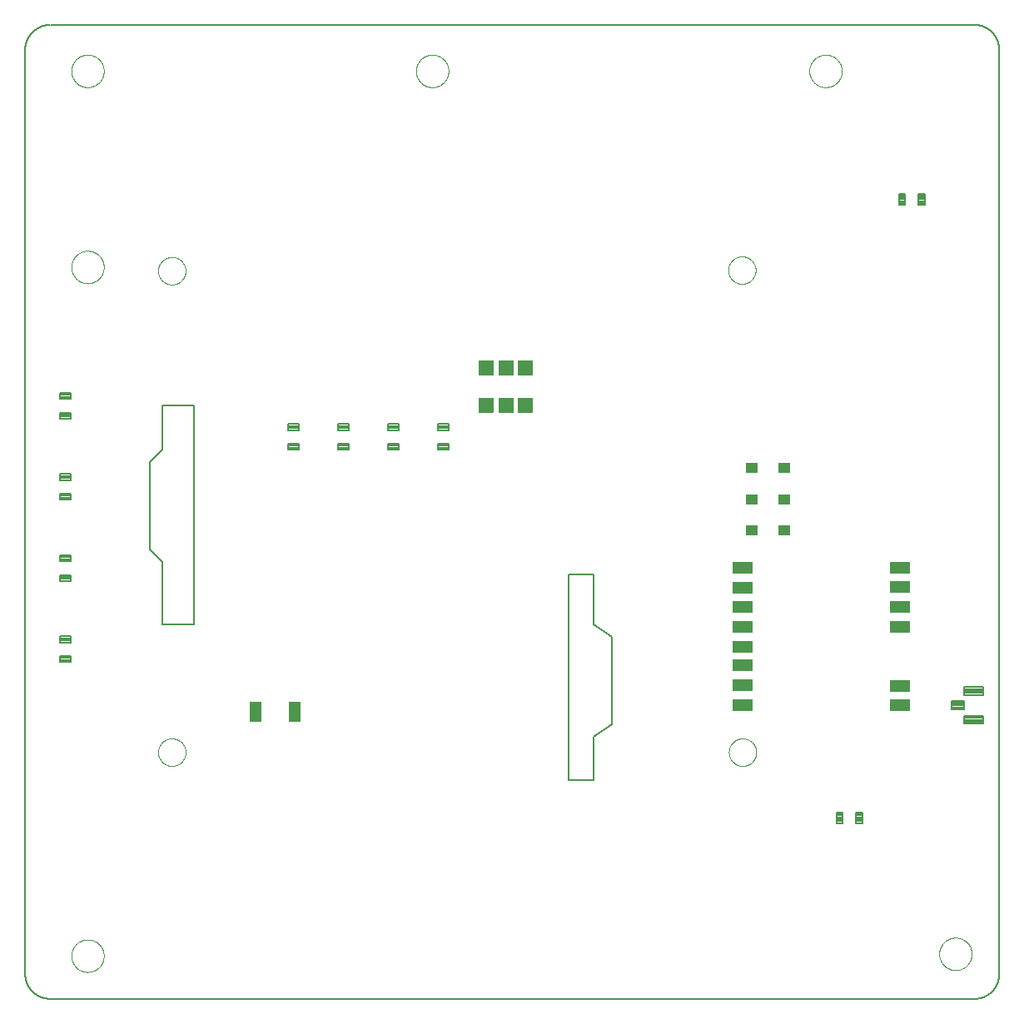
<source format=gtp>
G75*
%MOIN*%
%OFA0B0*%
%FSLAX25Y25*%
%IPPOS*%
%LPD*%
%AMOC8*
5,1,8,0,0,1.08239X$1,22.5*
%
%ADD10C,0.00600*%
%ADD11C,0.00000*%
%ADD12C,0.00787*%
%ADD13R,0.05000X0.08268*%
%ADD14R,0.05906X0.05906*%
%ADD15R,0.07874X0.05000*%
%ADD16R,0.04724X0.04016*%
%ADD17C,0.00800*%
D10*
X0049595Y0021600D02*
X0049595Y0391350D01*
X0049595Y0391600D02*
X0049598Y0391842D01*
X0049607Y0392083D01*
X0049621Y0392324D01*
X0049642Y0392565D01*
X0049668Y0392805D01*
X0049700Y0393045D01*
X0049738Y0393284D01*
X0049781Y0393521D01*
X0049831Y0393758D01*
X0049886Y0393993D01*
X0049946Y0394227D01*
X0050013Y0394459D01*
X0050084Y0394690D01*
X0050162Y0394919D01*
X0050245Y0395146D01*
X0050333Y0395371D01*
X0050427Y0395594D01*
X0050526Y0395814D01*
X0050631Y0396032D01*
X0050740Y0396247D01*
X0050855Y0396460D01*
X0050975Y0396670D01*
X0051100Y0396876D01*
X0051230Y0397080D01*
X0051365Y0397281D01*
X0051505Y0397478D01*
X0051649Y0397672D01*
X0051798Y0397862D01*
X0051952Y0398048D01*
X0052110Y0398231D01*
X0052272Y0398410D01*
X0052439Y0398585D01*
X0052610Y0398756D01*
X0052785Y0398923D01*
X0052964Y0399085D01*
X0053147Y0399243D01*
X0053333Y0399397D01*
X0053523Y0399546D01*
X0053717Y0399690D01*
X0053914Y0399830D01*
X0054115Y0399965D01*
X0054319Y0400095D01*
X0054525Y0400220D01*
X0054735Y0400340D01*
X0054948Y0400455D01*
X0055163Y0400564D01*
X0055381Y0400669D01*
X0055601Y0400768D01*
X0055824Y0400862D01*
X0056049Y0400950D01*
X0056276Y0401033D01*
X0056505Y0401111D01*
X0056736Y0401182D01*
X0056968Y0401249D01*
X0057202Y0401309D01*
X0057437Y0401364D01*
X0057674Y0401414D01*
X0057911Y0401457D01*
X0058150Y0401495D01*
X0058390Y0401527D01*
X0058630Y0401553D01*
X0058871Y0401574D01*
X0059112Y0401588D01*
X0059353Y0401597D01*
X0059595Y0401600D01*
X0059845Y0401600D02*
X0429595Y0401600D01*
X0429837Y0401597D01*
X0430078Y0401588D01*
X0430319Y0401574D01*
X0430560Y0401553D01*
X0430800Y0401527D01*
X0431040Y0401495D01*
X0431279Y0401457D01*
X0431516Y0401414D01*
X0431753Y0401364D01*
X0431988Y0401309D01*
X0432222Y0401249D01*
X0432454Y0401182D01*
X0432685Y0401111D01*
X0432914Y0401033D01*
X0433141Y0400950D01*
X0433366Y0400862D01*
X0433589Y0400768D01*
X0433809Y0400669D01*
X0434027Y0400564D01*
X0434242Y0400455D01*
X0434455Y0400340D01*
X0434665Y0400220D01*
X0434871Y0400095D01*
X0435075Y0399965D01*
X0435276Y0399830D01*
X0435473Y0399690D01*
X0435667Y0399546D01*
X0435857Y0399397D01*
X0436043Y0399243D01*
X0436226Y0399085D01*
X0436405Y0398923D01*
X0436580Y0398756D01*
X0436751Y0398585D01*
X0436918Y0398410D01*
X0437080Y0398231D01*
X0437238Y0398048D01*
X0437392Y0397862D01*
X0437541Y0397672D01*
X0437685Y0397478D01*
X0437825Y0397281D01*
X0437960Y0397080D01*
X0438090Y0396876D01*
X0438215Y0396670D01*
X0438335Y0396460D01*
X0438450Y0396247D01*
X0438559Y0396032D01*
X0438664Y0395814D01*
X0438763Y0395594D01*
X0438857Y0395371D01*
X0438945Y0395146D01*
X0439028Y0394919D01*
X0439106Y0394690D01*
X0439177Y0394459D01*
X0439244Y0394227D01*
X0439304Y0393993D01*
X0439359Y0393758D01*
X0439409Y0393521D01*
X0439452Y0393284D01*
X0439490Y0393045D01*
X0439522Y0392805D01*
X0439548Y0392565D01*
X0439569Y0392324D01*
X0439583Y0392083D01*
X0439592Y0391842D01*
X0439595Y0391600D01*
X0439595Y0391350D02*
X0439595Y0021600D01*
X0439592Y0021358D01*
X0439583Y0021117D01*
X0439569Y0020876D01*
X0439548Y0020635D01*
X0439522Y0020395D01*
X0439490Y0020155D01*
X0439452Y0019916D01*
X0439409Y0019679D01*
X0439359Y0019442D01*
X0439304Y0019207D01*
X0439244Y0018973D01*
X0439177Y0018741D01*
X0439106Y0018510D01*
X0439028Y0018281D01*
X0438945Y0018054D01*
X0438857Y0017829D01*
X0438763Y0017606D01*
X0438664Y0017386D01*
X0438559Y0017168D01*
X0438450Y0016953D01*
X0438335Y0016740D01*
X0438215Y0016530D01*
X0438090Y0016324D01*
X0437960Y0016120D01*
X0437825Y0015919D01*
X0437685Y0015722D01*
X0437541Y0015528D01*
X0437392Y0015338D01*
X0437238Y0015152D01*
X0437080Y0014969D01*
X0436918Y0014790D01*
X0436751Y0014615D01*
X0436580Y0014444D01*
X0436405Y0014277D01*
X0436226Y0014115D01*
X0436043Y0013957D01*
X0435857Y0013803D01*
X0435667Y0013654D01*
X0435473Y0013510D01*
X0435276Y0013370D01*
X0435075Y0013235D01*
X0434871Y0013105D01*
X0434665Y0012980D01*
X0434455Y0012860D01*
X0434242Y0012745D01*
X0434027Y0012636D01*
X0433809Y0012531D01*
X0433589Y0012432D01*
X0433366Y0012338D01*
X0433141Y0012250D01*
X0432914Y0012167D01*
X0432685Y0012089D01*
X0432454Y0012018D01*
X0432222Y0011951D01*
X0431988Y0011891D01*
X0431753Y0011836D01*
X0431516Y0011786D01*
X0431279Y0011743D01*
X0431040Y0011705D01*
X0430800Y0011673D01*
X0430560Y0011647D01*
X0430319Y0011626D01*
X0430078Y0011612D01*
X0429837Y0011603D01*
X0429595Y0011600D01*
X0059595Y0011600D01*
X0059353Y0011603D01*
X0059112Y0011612D01*
X0058871Y0011626D01*
X0058630Y0011647D01*
X0058390Y0011673D01*
X0058150Y0011705D01*
X0057911Y0011743D01*
X0057674Y0011786D01*
X0057437Y0011836D01*
X0057202Y0011891D01*
X0056968Y0011951D01*
X0056736Y0012018D01*
X0056505Y0012089D01*
X0056276Y0012167D01*
X0056049Y0012250D01*
X0055824Y0012338D01*
X0055601Y0012432D01*
X0055381Y0012531D01*
X0055163Y0012636D01*
X0054948Y0012745D01*
X0054735Y0012860D01*
X0054525Y0012980D01*
X0054319Y0013105D01*
X0054115Y0013235D01*
X0053914Y0013370D01*
X0053717Y0013510D01*
X0053523Y0013654D01*
X0053333Y0013803D01*
X0053147Y0013957D01*
X0052964Y0014115D01*
X0052785Y0014277D01*
X0052610Y0014444D01*
X0052439Y0014615D01*
X0052272Y0014790D01*
X0052110Y0014969D01*
X0051952Y0015152D01*
X0051798Y0015338D01*
X0051649Y0015528D01*
X0051505Y0015722D01*
X0051365Y0015919D01*
X0051230Y0016120D01*
X0051100Y0016324D01*
X0050975Y0016530D01*
X0050855Y0016740D01*
X0050740Y0016953D01*
X0050631Y0017168D01*
X0050526Y0017386D01*
X0050427Y0017606D01*
X0050333Y0017829D01*
X0050245Y0018054D01*
X0050162Y0018281D01*
X0050084Y0018510D01*
X0050013Y0018741D01*
X0049946Y0018973D01*
X0049886Y0019207D01*
X0049831Y0019442D01*
X0049781Y0019679D01*
X0049738Y0019916D01*
X0049700Y0020155D01*
X0049668Y0020395D01*
X0049642Y0020635D01*
X0049621Y0020876D01*
X0049607Y0021117D01*
X0049598Y0021358D01*
X0049595Y0021600D01*
X0104595Y0161600D02*
X0104595Y0186600D01*
X0099595Y0191600D01*
X0099595Y0226600D01*
X0104595Y0231600D01*
X0104595Y0249100D01*
X0117095Y0249100D01*
X0117095Y0161600D01*
X0104595Y0161600D01*
X0267095Y0181600D02*
X0267095Y0099100D01*
X0277095Y0099100D01*
X0277095Y0116600D01*
X0284595Y0121600D01*
X0284595Y0156600D01*
X0277095Y0161600D01*
X0277095Y0181600D01*
X0267095Y0181600D01*
D11*
X0331345Y0110350D02*
X0331347Y0110498D01*
X0331353Y0110646D01*
X0331363Y0110794D01*
X0331377Y0110942D01*
X0331395Y0111089D01*
X0331417Y0111236D01*
X0331443Y0111382D01*
X0331472Y0111527D01*
X0331506Y0111672D01*
X0331544Y0111815D01*
X0331585Y0111958D01*
X0331630Y0112099D01*
X0331680Y0112239D01*
X0331732Y0112377D01*
X0331789Y0112515D01*
X0331849Y0112650D01*
X0331913Y0112784D01*
X0331980Y0112916D01*
X0332051Y0113046D01*
X0332126Y0113175D01*
X0332204Y0113301D01*
X0332285Y0113425D01*
X0332369Y0113547D01*
X0332457Y0113666D01*
X0332548Y0113783D01*
X0332642Y0113898D01*
X0332740Y0114010D01*
X0332840Y0114119D01*
X0332943Y0114226D01*
X0333049Y0114330D01*
X0333157Y0114431D01*
X0333269Y0114529D01*
X0333383Y0114624D01*
X0333499Y0114715D01*
X0333618Y0114804D01*
X0333739Y0114889D01*
X0333863Y0114971D01*
X0333989Y0115050D01*
X0334116Y0115125D01*
X0334246Y0115197D01*
X0334378Y0115266D01*
X0334511Y0115330D01*
X0334646Y0115391D01*
X0334783Y0115449D01*
X0334921Y0115503D01*
X0335061Y0115553D01*
X0335202Y0115599D01*
X0335344Y0115641D01*
X0335487Y0115680D01*
X0335631Y0115714D01*
X0335777Y0115745D01*
X0335922Y0115772D01*
X0336069Y0115795D01*
X0336216Y0115814D01*
X0336364Y0115829D01*
X0336511Y0115840D01*
X0336660Y0115847D01*
X0336808Y0115850D01*
X0336956Y0115849D01*
X0337104Y0115844D01*
X0337252Y0115835D01*
X0337400Y0115822D01*
X0337548Y0115805D01*
X0337694Y0115784D01*
X0337841Y0115759D01*
X0337986Y0115730D01*
X0338131Y0115698D01*
X0338274Y0115661D01*
X0338417Y0115621D01*
X0338559Y0115576D01*
X0338699Y0115528D01*
X0338838Y0115476D01*
X0338975Y0115421D01*
X0339111Y0115361D01*
X0339246Y0115298D01*
X0339378Y0115232D01*
X0339509Y0115162D01*
X0339638Y0115088D01*
X0339764Y0115011D01*
X0339889Y0114931D01*
X0340011Y0114847D01*
X0340132Y0114760D01*
X0340249Y0114670D01*
X0340365Y0114576D01*
X0340477Y0114480D01*
X0340587Y0114381D01*
X0340695Y0114278D01*
X0340799Y0114173D01*
X0340901Y0114065D01*
X0340999Y0113954D01*
X0341095Y0113841D01*
X0341188Y0113725D01*
X0341277Y0113607D01*
X0341363Y0113486D01*
X0341446Y0113363D01*
X0341526Y0113238D01*
X0341602Y0113111D01*
X0341675Y0112981D01*
X0341744Y0112850D01*
X0341809Y0112717D01*
X0341872Y0112583D01*
X0341930Y0112446D01*
X0341985Y0112308D01*
X0342035Y0112169D01*
X0342083Y0112028D01*
X0342126Y0111887D01*
X0342166Y0111744D01*
X0342201Y0111600D01*
X0342233Y0111455D01*
X0342261Y0111309D01*
X0342285Y0111163D01*
X0342305Y0111016D01*
X0342321Y0110868D01*
X0342333Y0110721D01*
X0342341Y0110572D01*
X0342345Y0110424D01*
X0342345Y0110276D01*
X0342341Y0110128D01*
X0342333Y0109979D01*
X0342321Y0109832D01*
X0342305Y0109684D01*
X0342285Y0109537D01*
X0342261Y0109391D01*
X0342233Y0109245D01*
X0342201Y0109100D01*
X0342166Y0108956D01*
X0342126Y0108813D01*
X0342083Y0108672D01*
X0342035Y0108531D01*
X0341985Y0108392D01*
X0341930Y0108254D01*
X0341872Y0108117D01*
X0341809Y0107983D01*
X0341744Y0107850D01*
X0341675Y0107719D01*
X0341602Y0107589D01*
X0341526Y0107462D01*
X0341446Y0107337D01*
X0341363Y0107214D01*
X0341277Y0107093D01*
X0341188Y0106975D01*
X0341095Y0106859D01*
X0340999Y0106746D01*
X0340901Y0106635D01*
X0340799Y0106527D01*
X0340695Y0106422D01*
X0340587Y0106319D01*
X0340477Y0106220D01*
X0340365Y0106124D01*
X0340249Y0106030D01*
X0340132Y0105940D01*
X0340011Y0105853D01*
X0339889Y0105769D01*
X0339764Y0105689D01*
X0339638Y0105612D01*
X0339509Y0105538D01*
X0339378Y0105468D01*
X0339246Y0105402D01*
X0339111Y0105339D01*
X0338975Y0105279D01*
X0338838Y0105224D01*
X0338699Y0105172D01*
X0338559Y0105124D01*
X0338417Y0105079D01*
X0338274Y0105039D01*
X0338131Y0105002D01*
X0337986Y0104970D01*
X0337841Y0104941D01*
X0337694Y0104916D01*
X0337548Y0104895D01*
X0337400Y0104878D01*
X0337252Y0104865D01*
X0337104Y0104856D01*
X0336956Y0104851D01*
X0336808Y0104850D01*
X0336660Y0104853D01*
X0336511Y0104860D01*
X0336364Y0104871D01*
X0336216Y0104886D01*
X0336069Y0104905D01*
X0335922Y0104928D01*
X0335777Y0104955D01*
X0335631Y0104986D01*
X0335487Y0105020D01*
X0335344Y0105059D01*
X0335202Y0105101D01*
X0335061Y0105147D01*
X0334921Y0105197D01*
X0334783Y0105251D01*
X0334646Y0105309D01*
X0334511Y0105370D01*
X0334378Y0105434D01*
X0334246Y0105503D01*
X0334116Y0105575D01*
X0333989Y0105650D01*
X0333863Y0105729D01*
X0333739Y0105811D01*
X0333618Y0105896D01*
X0333499Y0105985D01*
X0333383Y0106076D01*
X0333269Y0106171D01*
X0333157Y0106269D01*
X0333049Y0106370D01*
X0332943Y0106474D01*
X0332840Y0106581D01*
X0332740Y0106690D01*
X0332642Y0106802D01*
X0332548Y0106917D01*
X0332457Y0107034D01*
X0332369Y0107153D01*
X0332285Y0107275D01*
X0332204Y0107399D01*
X0332126Y0107525D01*
X0332051Y0107654D01*
X0331980Y0107784D01*
X0331913Y0107916D01*
X0331849Y0108050D01*
X0331789Y0108185D01*
X0331732Y0108323D01*
X0331680Y0108461D01*
X0331630Y0108601D01*
X0331585Y0108742D01*
X0331544Y0108885D01*
X0331506Y0109028D01*
X0331472Y0109173D01*
X0331443Y0109318D01*
X0331417Y0109464D01*
X0331395Y0109611D01*
X0331377Y0109758D01*
X0331363Y0109906D01*
X0331353Y0110054D01*
X0331347Y0110202D01*
X0331345Y0110350D01*
X0415595Y0029600D02*
X0415597Y0029761D01*
X0415603Y0029921D01*
X0415613Y0030082D01*
X0415627Y0030242D01*
X0415645Y0030402D01*
X0415666Y0030561D01*
X0415692Y0030720D01*
X0415722Y0030878D01*
X0415755Y0031035D01*
X0415793Y0031192D01*
X0415834Y0031347D01*
X0415879Y0031501D01*
X0415928Y0031654D01*
X0415981Y0031806D01*
X0416037Y0031957D01*
X0416098Y0032106D01*
X0416161Y0032254D01*
X0416229Y0032400D01*
X0416300Y0032544D01*
X0416374Y0032686D01*
X0416452Y0032827D01*
X0416534Y0032965D01*
X0416619Y0033102D01*
X0416707Y0033236D01*
X0416799Y0033368D01*
X0416894Y0033498D01*
X0416992Y0033626D01*
X0417093Y0033751D01*
X0417197Y0033873D01*
X0417304Y0033993D01*
X0417414Y0034110D01*
X0417527Y0034225D01*
X0417643Y0034336D01*
X0417762Y0034445D01*
X0417883Y0034550D01*
X0418007Y0034653D01*
X0418133Y0034753D01*
X0418261Y0034849D01*
X0418392Y0034942D01*
X0418526Y0035032D01*
X0418661Y0035119D01*
X0418799Y0035202D01*
X0418938Y0035282D01*
X0419080Y0035358D01*
X0419223Y0035431D01*
X0419368Y0035500D01*
X0419515Y0035566D01*
X0419663Y0035628D01*
X0419813Y0035686D01*
X0419964Y0035741D01*
X0420117Y0035792D01*
X0420271Y0035839D01*
X0420426Y0035882D01*
X0420582Y0035921D01*
X0420738Y0035957D01*
X0420896Y0035988D01*
X0421054Y0036016D01*
X0421213Y0036040D01*
X0421373Y0036060D01*
X0421533Y0036076D01*
X0421693Y0036088D01*
X0421854Y0036096D01*
X0422015Y0036100D01*
X0422175Y0036100D01*
X0422336Y0036096D01*
X0422497Y0036088D01*
X0422657Y0036076D01*
X0422817Y0036060D01*
X0422977Y0036040D01*
X0423136Y0036016D01*
X0423294Y0035988D01*
X0423452Y0035957D01*
X0423608Y0035921D01*
X0423764Y0035882D01*
X0423919Y0035839D01*
X0424073Y0035792D01*
X0424226Y0035741D01*
X0424377Y0035686D01*
X0424527Y0035628D01*
X0424675Y0035566D01*
X0424822Y0035500D01*
X0424967Y0035431D01*
X0425110Y0035358D01*
X0425252Y0035282D01*
X0425391Y0035202D01*
X0425529Y0035119D01*
X0425664Y0035032D01*
X0425798Y0034942D01*
X0425929Y0034849D01*
X0426057Y0034753D01*
X0426183Y0034653D01*
X0426307Y0034550D01*
X0426428Y0034445D01*
X0426547Y0034336D01*
X0426663Y0034225D01*
X0426776Y0034110D01*
X0426886Y0033993D01*
X0426993Y0033873D01*
X0427097Y0033751D01*
X0427198Y0033626D01*
X0427296Y0033498D01*
X0427391Y0033368D01*
X0427483Y0033236D01*
X0427571Y0033102D01*
X0427656Y0032965D01*
X0427738Y0032827D01*
X0427816Y0032686D01*
X0427890Y0032544D01*
X0427961Y0032400D01*
X0428029Y0032254D01*
X0428092Y0032106D01*
X0428153Y0031957D01*
X0428209Y0031806D01*
X0428262Y0031654D01*
X0428311Y0031501D01*
X0428356Y0031347D01*
X0428397Y0031192D01*
X0428435Y0031035D01*
X0428468Y0030878D01*
X0428498Y0030720D01*
X0428524Y0030561D01*
X0428545Y0030402D01*
X0428563Y0030242D01*
X0428577Y0030082D01*
X0428587Y0029921D01*
X0428593Y0029761D01*
X0428595Y0029600D01*
X0428593Y0029439D01*
X0428587Y0029279D01*
X0428577Y0029118D01*
X0428563Y0028958D01*
X0428545Y0028798D01*
X0428524Y0028639D01*
X0428498Y0028480D01*
X0428468Y0028322D01*
X0428435Y0028165D01*
X0428397Y0028008D01*
X0428356Y0027853D01*
X0428311Y0027699D01*
X0428262Y0027546D01*
X0428209Y0027394D01*
X0428153Y0027243D01*
X0428092Y0027094D01*
X0428029Y0026946D01*
X0427961Y0026800D01*
X0427890Y0026656D01*
X0427816Y0026514D01*
X0427738Y0026373D01*
X0427656Y0026235D01*
X0427571Y0026098D01*
X0427483Y0025964D01*
X0427391Y0025832D01*
X0427296Y0025702D01*
X0427198Y0025574D01*
X0427097Y0025449D01*
X0426993Y0025327D01*
X0426886Y0025207D01*
X0426776Y0025090D01*
X0426663Y0024975D01*
X0426547Y0024864D01*
X0426428Y0024755D01*
X0426307Y0024650D01*
X0426183Y0024547D01*
X0426057Y0024447D01*
X0425929Y0024351D01*
X0425798Y0024258D01*
X0425664Y0024168D01*
X0425529Y0024081D01*
X0425391Y0023998D01*
X0425252Y0023918D01*
X0425110Y0023842D01*
X0424967Y0023769D01*
X0424822Y0023700D01*
X0424675Y0023634D01*
X0424527Y0023572D01*
X0424377Y0023514D01*
X0424226Y0023459D01*
X0424073Y0023408D01*
X0423919Y0023361D01*
X0423764Y0023318D01*
X0423608Y0023279D01*
X0423452Y0023243D01*
X0423294Y0023212D01*
X0423136Y0023184D01*
X0422977Y0023160D01*
X0422817Y0023140D01*
X0422657Y0023124D01*
X0422497Y0023112D01*
X0422336Y0023104D01*
X0422175Y0023100D01*
X0422015Y0023100D01*
X0421854Y0023104D01*
X0421693Y0023112D01*
X0421533Y0023124D01*
X0421373Y0023140D01*
X0421213Y0023160D01*
X0421054Y0023184D01*
X0420896Y0023212D01*
X0420738Y0023243D01*
X0420582Y0023279D01*
X0420426Y0023318D01*
X0420271Y0023361D01*
X0420117Y0023408D01*
X0419964Y0023459D01*
X0419813Y0023514D01*
X0419663Y0023572D01*
X0419515Y0023634D01*
X0419368Y0023700D01*
X0419223Y0023769D01*
X0419080Y0023842D01*
X0418938Y0023918D01*
X0418799Y0023998D01*
X0418661Y0024081D01*
X0418526Y0024168D01*
X0418392Y0024258D01*
X0418261Y0024351D01*
X0418133Y0024447D01*
X0418007Y0024547D01*
X0417883Y0024650D01*
X0417762Y0024755D01*
X0417643Y0024864D01*
X0417527Y0024975D01*
X0417414Y0025090D01*
X0417304Y0025207D01*
X0417197Y0025327D01*
X0417093Y0025449D01*
X0416992Y0025574D01*
X0416894Y0025702D01*
X0416799Y0025832D01*
X0416707Y0025964D01*
X0416619Y0026098D01*
X0416534Y0026235D01*
X0416452Y0026373D01*
X0416374Y0026514D01*
X0416300Y0026656D01*
X0416229Y0026800D01*
X0416161Y0026946D01*
X0416098Y0027094D01*
X0416037Y0027243D01*
X0415981Y0027394D01*
X0415928Y0027546D01*
X0415879Y0027699D01*
X0415834Y0027853D01*
X0415793Y0028008D01*
X0415755Y0028165D01*
X0415722Y0028322D01*
X0415692Y0028480D01*
X0415666Y0028639D01*
X0415645Y0028798D01*
X0415627Y0028958D01*
X0415613Y0029118D01*
X0415603Y0029279D01*
X0415597Y0029439D01*
X0415595Y0029600D01*
X0331095Y0303350D02*
X0331097Y0303498D01*
X0331103Y0303646D01*
X0331113Y0303794D01*
X0331127Y0303942D01*
X0331145Y0304089D01*
X0331167Y0304236D01*
X0331193Y0304382D01*
X0331222Y0304527D01*
X0331256Y0304672D01*
X0331294Y0304815D01*
X0331335Y0304958D01*
X0331380Y0305099D01*
X0331430Y0305239D01*
X0331482Y0305377D01*
X0331539Y0305515D01*
X0331599Y0305650D01*
X0331663Y0305784D01*
X0331730Y0305916D01*
X0331801Y0306046D01*
X0331876Y0306175D01*
X0331954Y0306301D01*
X0332035Y0306425D01*
X0332119Y0306547D01*
X0332207Y0306666D01*
X0332298Y0306783D01*
X0332392Y0306898D01*
X0332490Y0307010D01*
X0332590Y0307119D01*
X0332693Y0307226D01*
X0332799Y0307330D01*
X0332907Y0307431D01*
X0333019Y0307529D01*
X0333133Y0307624D01*
X0333249Y0307715D01*
X0333368Y0307804D01*
X0333489Y0307889D01*
X0333613Y0307971D01*
X0333739Y0308050D01*
X0333866Y0308125D01*
X0333996Y0308197D01*
X0334128Y0308266D01*
X0334261Y0308330D01*
X0334396Y0308391D01*
X0334533Y0308449D01*
X0334671Y0308503D01*
X0334811Y0308553D01*
X0334952Y0308599D01*
X0335094Y0308641D01*
X0335237Y0308680D01*
X0335381Y0308714D01*
X0335527Y0308745D01*
X0335672Y0308772D01*
X0335819Y0308795D01*
X0335966Y0308814D01*
X0336114Y0308829D01*
X0336261Y0308840D01*
X0336410Y0308847D01*
X0336558Y0308850D01*
X0336706Y0308849D01*
X0336854Y0308844D01*
X0337002Y0308835D01*
X0337150Y0308822D01*
X0337298Y0308805D01*
X0337444Y0308784D01*
X0337591Y0308759D01*
X0337736Y0308730D01*
X0337881Y0308698D01*
X0338024Y0308661D01*
X0338167Y0308621D01*
X0338309Y0308576D01*
X0338449Y0308528D01*
X0338588Y0308476D01*
X0338725Y0308421D01*
X0338861Y0308361D01*
X0338996Y0308298D01*
X0339128Y0308232D01*
X0339259Y0308162D01*
X0339388Y0308088D01*
X0339514Y0308011D01*
X0339639Y0307931D01*
X0339761Y0307847D01*
X0339882Y0307760D01*
X0339999Y0307670D01*
X0340115Y0307576D01*
X0340227Y0307480D01*
X0340337Y0307381D01*
X0340445Y0307278D01*
X0340549Y0307173D01*
X0340651Y0307065D01*
X0340749Y0306954D01*
X0340845Y0306841D01*
X0340938Y0306725D01*
X0341027Y0306607D01*
X0341113Y0306486D01*
X0341196Y0306363D01*
X0341276Y0306238D01*
X0341352Y0306111D01*
X0341425Y0305981D01*
X0341494Y0305850D01*
X0341559Y0305717D01*
X0341622Y0305583D01*
X0341680Y0305446D01*
X0341735Y0305308D01*
X0341785Y0305169D01*
X0341833Y0305028D01*
X0341876Y0304887D01*
X0341916Y0304744D01*
X0341951Y0304600D01*
X0341983Y0304455D01*
X0342011Y0304309D01*
X0342035Y0304163D01*
X0342055Y0304016D01*
X0342071Y0303868D01*
X0342083Y0303721D01*
X0342091Y0303572D01*
X0342095Y0303424D01*
X0342095Y0303276D01*
X0342091Y0303128D01*
X0342083Y0302979D01*
X0342071Y0302832D01*
X0342055Y0302684D01*
X0342035Y0302537D01*
X0342011Y0302391D01*
X0341983Y0302245D01*
X0341951Y0302100D01*
X0341916Y0301956D01*
X0341876Y0301813D01*
X0341833Y0301672D01*
X0341785Y0301531D01*
X0341735Y0301392D01*
X0341680Y0301254D01*
X0341622Y0301117D01*
X0341559Y0300983D01*
X0341494Y0300850D01*
X0341425Y0300719D01*
X0341352Y0300589D01*
X0341276Y0300462D01*
X0341196Y0300337D01*
X0341113Y0300214D01*
X0341027Y0300093D01*
X0340938Y0299975D01*
X0340845Y0299859D01*
X0340749Y0299746D01*
X0340651Y0299635D01*
X0340549Y0299527D01*
X0340445Y0299422D01*
X0340337Y0299319D01*
X0340227Y0299220D01*
X0340115Y0299124D01*
X0339999Y0299030D01*
X0339882Y0298940D01*
X0339761Y0298853D01*
X0339639Y0298769D01*
X0339514Y0298689D01*
X0339388Y0298612D01*
X0339259Y0298538D01*
X0339128Y0298468D01*
X0338996Y0298402D01*
X0338861Y0298339D01*
X0338725Y0298279D01*
X0338588Y0298224D01*
X0338449Y0298172D01*
X0338309Y0298124D01*
X0338167Y0298079D01*
X0338024Y0298039D01*
X0337881Y0298002D01*
X0337736Y0297970D01*
X0337591Y0297941D01*
X0337444Y0297916D01*
X0337298Y0297895D01*
X0337150Y0297878D01*
X0337002Y0297865D01*
X0336854Y0297856D01*
X0336706Y0297851D01*
X0336558Y0297850D01*
X0336410Y0297853D01*
X0336261Y0297860D01*
X0336114Y0297871D01*
X0335966Y0297886D01*
X0335819Y0297905D01*
X0335672Y0297928D01*
X0335527Y0297955D01*
X0335381Y0297986D01*
X0335237Y0298020D01*
X0335094Y0298059D01*
X0334952Y0298101D01*
X0334811Y0298147D01*
X0334671Y0298197D01*
X0334533Y0298251D01*
X0334396Y0298309D01*
X0334261Y0298370D01*
X0334128Y0298434D01*
X0333996Y0298503D01*
X0333866Y0298575D01*
X0333739Y0298650D01*
X0333613Y0298729D01*
X0333489Y0298811D01*
X0333368Y0298896D01*
X0333249Y0298985D01*
X0333133Y0299076D01*
X0333019Y0299171D01*
X0332907Y0299269D01*
X0332799Y0299370D01*
X0332693Y0299474D01*
X0332590Y0299581D01*
X0332490Y0299690D01*
X0332392Y0299802D01*
X0332298Y0299917D01*
X0332207Y0300034D01*
X0332119Y0300153D01*
X0332035Y0300275D01*
X0331954Y0300399D01*
X0331876Y0300525D01*
X0331801Y0300654D01*
X0331730Y0300784D01*
X0331663Y0300916D01*
X0331599Y0301050D01*
X0331539Y0301185D01*
X0331482Y0301323D01*
X0331430Y0301461D01*
X0331380Y0301601D01*
X0331335Y0301742D01*
X0331294Y0301885D01*
X0331256Y0302028D01*
X0331222Y0302173D01*
X0331193Y0302318D01*
X0331167Y0302464D01*
X0331145Y0302611D01*
X0331127Y0302758D01*
X0331113Y0302906D01*
X0331103Y0303054D01*
X0331097Y0303202D01*
X0331095Y0303350D01*
X0363595Y0383100D02*
X0363597Y0383261D01*
X0363603Y0383421D01*
X0363613Y0383582D01*
X0363627Y0383742D01*
X0363645Y0383902D01*
X0363666Y0384061D01*
X0363692Y0384220D01*
X0363722Y0384378D01*
X0363755Y0384535D01*
X0363793Y0384692D01*
X0363834Y0384847D01*
X0363879Y0385001D01*
X0363928Y0385154D01*
X0363981Y0385306D01*
X0364037Y0385457D01*
X0364098Y0385606D01*
X0364161Y0385754D01*
X0364229Y0385900D01*
X0364300Y0386044D01*
X0364374Y0386186D01*
X0364452Y0386327D01*
X0364534Y0386465D01*
X0364619Y0386602D01*
X0364707Y0386736D01*
X0364799Y0386868D01*
X0364894Y0386998D01*
X0364992Y0387126D01*
X0365093Y0387251D01*
X0365197Y0387373D01*
X0365304Y0387493D01*
X0365414Y0387610D01*
X0365527Y0387725D01*
X0365643Y0387836D01*
X0365762Y0387945D01*
X0365883Y0388050D01*
X0366007Y0388153D01*
X0366133Y0388253D01*
X0366261Y0388349D01*
X0366392Y0388442D01*
X0366526Y0388532D01*
X0366661Y0388619D01*
X0366799Y0388702D01*
X0366938Y0388782D01*
X0367080Y0388858D01*
X0367223Y0388931D01*
X0367368Y0389000D01*
X0367515Y0389066D01*
X0367663Y0389128D01*
X0367813Y0389186D01*
X0367964Y0389241D01*
X0368117Y0389292D01*
X0368271Y0389339D01*
X0368426Y0389382D01*
X0368582Y0389421D01*
X0368738Y0389457D01*
X0368896Y0389488D01*
X0369054Y0389516D01*
X0369213Y0389540D01*
X0369373Y0389560D01*
X0369533Y0389576D01*
X0369693Y0389588D01*
X0369854Y0389596D01*
X0370015Y0389600D01*
X0370175Y0389600D01*
X0370336Y0389596D01*
X0370497Y0389588D01*
X0370657Y0389576D01*
X0370817Y0389560D01*
X0370977Y0389540D01*
X0371136Y0389516D01*
X0371294Y0389488D01*
X0371452Y0389457D01*
X0371608Y0389421D01*
X0371764Y0389382D01*
X0371919Y0389339D01*
X0372073Y0389292D01*
X0372226Y0389241D01*
X0372377Y0389186D01*
X0372527Y0389128D01*
X0372675Y0389066D01*
X0372822Y0389000D01*
X0372967Y0388931D01*
X0373110Y0388858D01*
X0373252Y0388782D01*
X0373391Y0388702D01*
X0373529Y0388619D01*
X0373664Y0388532D01*
X0373798Y0388442D01*
X0373929Y0388349D01*
X0374057Y0388253D01*
X0374183Y0388153D01*
X0374307Y0388050D01*
X0374428Y0387945D01*
X0374547Y0387836D01*
X0374663Y0387725D01*
X0374776Y0387610D01*
X0374886Y0387493D01*
X0374993Y0387373D01*
X0375097Y0387251D01*
X0375198Y0387126D01*
X0375296Y0386998D01*
X0375391Y0386868D01*
X0375483Y0386736D01*
X0375571Y0386602D01*
X0375656Y0386465D01*
X0375738Y0386327D01*
X0375816Y0386186D01*
X0375890Y0386044D01*
X0375961Y0385900D01*
X0376029Y0385754D01*
X0376092Y0385606D01*
X0376153Y0385457D01*
X0376209Y0385306D01*
X0376262Y0385154D01*
X0376311Y0385001D01*
X0376356Y0384847D01*
X0376397Y0384692D01*
X0376435Y0384535D01*
X0376468Y0384378D01*
X0376498Y0384220D01*
X0376524Y0384061D01*
X0376545Y0383902D01*
X0376563Y0383742D01*
X0376577Y0383582D01*
X0376587Y0383421D01*
X0376593Y0383261D01*
X0376595Y0383100D01*
X0376593Y0382939D01*
X0376587Y0382779D01*
X0376577Y0382618D01*
X0376563Y0382458D01*
X0376545Y0382298D01*
X0376524Y0382139D01*
X0376498Y0381980D01*
X0376468Y0381822D01*
X0376435Y0381665D01*
X0376397Y0381508D01*
X0376356Y0381353D01*
X0376311Y0381199D01*
X0376262Y0381046D01*
X0376209Y0380894D01*
X0376153Y0380743D01*
X0376092Y0380594D01*
X0376029Y0380446D01*
X0375961Y0380300D01*
X0375890Y0380156D01*
X0375816Y0380014D01*
X0375738Y0379873D01*
X0375656Y0379735D01*
X0375571Y0379598D01*
X0375483Y0379464D01*
X0375391Y0379332D01*
X0375296Y0379202D01*
X0375198Y0379074D01*
X0375097Y0378949D01*
X0374993Y0378827D01*
X0374886Y0378707D01*
X0374776Y0378590D01*
X0374663Y0378475D01*
X0374547Y0378364D01*
X0374428Y0378255D01*
X0374307Y0378150D01*
X0374183Y0378047D01*
X0374057Y0377947D01*
X0373929Y0377851D01*
X0373798Y0377758D01*
X0373664Y0377668D01*
X0373529Y0377581D01*
X0373391Y0377498D01*
X0373252Y0377418D01*
X0373110Y0377342D01*
X0372967Y0377269D01*
X0372822Y0377200D01*
X0372675Y0377134D01*
X0372527Y0377072D01*
X0372377Y0377014D01*
X0372226Y0376959D01*
X0372073Y0376908D01*
X0371919Y0376861D01*
X0371764Y0376818D01*
X0371608Y0376779D01*
X0371452Y0376743D01*
X0371294Y0376712D01*
X0371136Y0376684D01*
X0370977Y0376660D01*
X0370817Y0376640D01*
X0370657Y0376624D01*
X0370497Y0376612D01*
X0370336Y0376604D01*
X0370175Y0376600D01*
X0370015Y0376600D01*
X0369854Y0376604D01*
X0369693Y0376612D01*
X0369533Y0376624D01*
X0369373Y0376640D01*
X0369213Y0376660D01*
X0369054Y0376684D01*
X0368896Y0376712D01*
X0368738Y0376743D01*
X0368582Y0376779D01*
X0368426Y0376818D01*
X0368271Y0376861D01*
X0368117Y0376908D01*
X0367964Y0376959D01*
X0367813Y0377014D01*
X0367663Y0377072D01*
X0367515Y0377134D01*
X0367368Y0377200D01*
X0367223Y0377269D01*
X0367080Y0377342D01*
X0366938Y0377418D01*
X0366799Y0377498D01*
X0366661Y0377581D01*
X0366526Y0377668D01*
X0366392Y0377758D01*
X0366261Y0377851D01*
X0366133Y0377947D01*
X0366007Y0378047D01*
X0365883Y0378150D01*
X0365762Y0378255D01*
X0365643Y0378364D01*
X0365527Y0378475D01*
X0365414Y0378590D01*
X0365304Y0378707D01*
X0365197Y0378827D01*
X0365093Y0378949D01*
X0364992Y0379074D01*
X0364894Y0379202D01*
X0364799Y0379332D01*
X0364707Y0379464D01*
X0364619Y0379598D01*
X0364534Y0379735D01*
X0364452Y0379873D01*
X0364374Y0380014D01*
X0364300Y0380156D01*
X0364229Y0380300D01*
X0364161Y0380446D01*
X0364098Y0380594D01*
X0364037Y0380743D01*
X0363981Y0380894D01*
X0363928Y0381046D01*
X0363879Y0381199D01*
X0363834Y0381353D01*
X0363793Y0381508D01*
X0363755Y0381665D01*
X0363722Y0381822D01*
X0363692Y0381980D01*
X0363666Y0382139D01*
X0363645Y0382298D01*
X0363627Y0382458D01*
X0363613Y0382618D01*
X0363603Y0382779D01*
X0363597Y0382939D01*
X0363595Y0383100D01*
X0206095Y0383100D02*
X0206097Y0383261D01*
X0206103Y0383421D01*
X0206113Y0383582D01*
X0206127Y0383742D01*
X0206145Y0383902D01*
X0206166Y0384061D01*
X0206192Y0384220D01*
X0206222Y0384378D01*
X0206255Y0384535D01*
X0206293Y0384692D01*
X0206334Y0384847D01*
X0206379Y0385001D01*
X0206428Y0385154D01*
X0206481Y0385306D01*
X0206537Y0385457D01*
X0206598Y0385606D01*
X0206661Y0385754D01*
X0206729Y0385900D01*
X0206800Y0386044D01*
X0206874Y0386186D01*
X0206952Y0386327D01*
X0207034Y0386465D01*
X0207119Y0386602D01*
X0207207Y0386736D01*
X0207299Y0386868D01*
X0207394Y0386998D01*
X0207492Y0387126D01*
X0207593Y0387251D01*
X0207697Y0387373D01*
X0207804Y0387493D01*
X0207914Y0387610D01*
X0208027Y0387725D01*
X0208143Y0387836D01*
X0208262Y0387945D01*
X0208383Y0388050D01*
X0208507Y0388153D01*
X0208633Y0388253D01*
X0208761Y0388349D01*
X0208892Y0388442D01*
X0209026Y0388532D01*
X0209161Y0388619D01*
X0209299Y0388702D01*
X0209438Y0388782D01*
X0209580Y0388858D01*
X0209723Y0388931D01*
X0209868Y0389000D01*
X0210015Y0389066D01*
X0210163Y0389128D01*
X0210313Y0389186D01*
X0210464Y0389241D01*
X0210617Y0389292D01*
X0210771Y0389339D01*
X0210926Y0389382D01*
X0211082Y0389421D01*
X0211238Y0389457D01*
X0211396Y0389488D01*
X0211554Y0389516D01*
X0211713Y0389540D01*
X0211873Y0389560D01*
X0212033Y0389576D01*
X0212193Y0389588D01*
X0212354Y0389596D01*
X0212515Y0389600D01*
X0212675Y0389600D01*
X0212836Y0389596D01*
X0212997Y0389588D01*
X0213157Y0389576D01*
X0213317Y0389560D01*
X0213477Y0389540D01*
X0213636Y0389516D01*
X0213794Y0389488D01*
X0213952Y0389457D01*
X0214108Y0389421D01*
X0214264Y0389382D01*
X0214419Y0389339D01*
X0214573Y0389292D01*
X0214726Y0389241D01*
X0214877Y0389186D01*
X0215027Y0389128D01*
X0215175Y0389066D01*
X0215322Y0389000D01*
X0215467Y0388931D01*
X0215610Y0388858D01*
X0215752Y0388782D01*
X0215891Y0388702D01*
X0216029Y0388619D01*
X0216164Y0388532D01*
X0216298Y0388442D01*
X0216429Y0388349D01*
X0216557Y0388253D01*
X0216683Y0388153D01*
X0216807Y0388050D01*
X0216928Y0387945D01*
X0217047Y0387836D01*
X0217163Y0387725D01*
X0217276Y0387610D01*
X0217386Y0387493D01*
X0217493Y0387373D01*
X0217597Y0387251D01*
X0217698Y0387126D01*
X0217796Y0386998D01*
X0217891Y0386868D01*
X0217983Y0386736D01*
X0218071Y0386602D01*
X0218156Y0386465D01*
X0218238Y0386327D01*
X0218316Y0386186D01*
X0218390Y0386044D01*
X0218461Y0385900D01*
X0218529Y0385754D01*
X0218592Y0385606D01*
X0218653Y0385457D01*
X0218709Y0385306D01*
X0218762Y0385154D01*
X0218811Y0385001D01*
X0218856Y0384847D01*
X0218897Y0384692D01*
X0218935Y0384535D01*
X0218968Y0384378D01*
X0218998Y0384220D01*
X0219024Y0384061D01*
X0219045Y0383902D01*
X0219063Y0383742D01*
X0219077Y0383582D01*
X0219087Y0383421D01*
X0219093Y0383261D01*
X0219095Y0383100D01*
X0219093Y0382939D01*
X0219087Y0382779D01*
X0219077Y0382618D01*
X0219063Y0382458D01*
X0219045Y0382298D01*
X0219024Y0382139D01*
X0218998Y0381980D01*
X0218968Y0381822D01*
X0218935Y0381665D01*
X0218897Y0381508D01*
X0218856Y0381353D01*
X0218811Y0381199D01*
X0218762Y0381046D01*
X0218709Y0380894D01*
X0218653Y0380743D01*
X0218592Y0380594D01*
X0218529Y0380446D01*
X0218461Y0380300D01*
X0218390Y0380156D01*
X0218316Y0380014D01*
X0218238Y0379873D01*
X0218156Y0379735D01*
X0218071Y0379598D01*
X0217983Y0379464D01*
X0217891Y0379332D01*
X0217796Y0379202D01*
X0217698Y0379074D01*
X0217597Y0378949D01*
X0217493Y0378827D01*
X0217386Y0378707D01*
X0217276Y0378590D01*
X0217163Y0378475D01*
X0217047Y0378364D01*
X0216928Y0378255D01*
X0216807Y0378150D01*
X0216683Y0378047D01*
X0216557Y0377947D01*
X0216429Y0377851D01*
X0216298Y0377758D01*
X0216164Y0377668D01*
X0216029Y0377581D01*
X0215891Y0377498D01*
X0215752Y0377418D01*
X0215610Y0377342D01*
X0215467Y0377269D01*
X0215322Y0377200D01*
X0215175Y0377134D01*
X0215027Y0377072D01*
X0214877Y0377014D01*
X0214726Y0376959D01*
X0214573Y0376908D01*
X0214419Y0376861D01*
X0214264Y0376818D01*
X0214108Y0376779D01*
X0213952Y0376743D01*
X0213794Y0376712D01*
X0213636Y0376684D01*
X0213477Y0376660D01*
X0213317Y0376640D01*
X0213157Y0376624D01*
X0212997Y0376612D01*
X0212836Y0376604D01*
X0212675Y0376600D01*
X0212515Y0376600D01*
X0212354Y0376604D01*
X0212193Y0376612D01*
X0212033Y0376624D01*
X0211873Y0376640D01*
X0211713Y0376660D01*
X0211554Y0376684D01*
X0211396Y0376712D01*
X0211238Y0376743D01*
X0211082Y0376779D01*
X0210926Y0376818D01*
X0210771Y0376861D01*
X0210617Y0376908D01*
X0210464Y0376959D01*
X0210313Y0377014D01*
X0210163Y0377072D01*
X0210015Y0377134D01*
X0209868Y0377200D01*
X0209723Y0377269D01*
X0209580Y0377342D01*
X0209438Y0377418D01*
X0209299Y0377498D01*
X0209161Y0377581D01*
X0209026Y0377668D01*
X0208892Y0377758D01*
X0208761Y0377851D01*
X0208633Y0377947D01*
X0208507Y0378047D01*
X0208383Y0378150D01*
X0208262Y0378255D01*
X0208143Y0378364D01*
X0208027Y0378475D01*
X0207914Y0378590D01*
X0207804Y0378707D01*
X0207697Y0378827D01*
X0207593Y0378949D01*
X0207492Y0379074D01*
X0207394Y0379202D01*
X0207299Y0379332D01*
X0207207Y0379464D01*
X0207119Y0379598D01*
X0207034Y0379735D01*
X0206952Y0379873D01*
X0206874Y0380014D01*
X0206800Y0380156D01*
X0206729Y0380300D01*
X0206661Y0380446D01*
X0206598Y0380594D01*
X0206537Y0380743D01*
X0206481Y0380894D01*
X0206428Y0381046D01*
X0206379Y0381199D01*
X0206334Y0381353D01*
X0206293Y0381508D01*
X0206255Y0381665D01*
X0206222Y0381822D01*
X0206192Y0381980D01*
X0206166Y0382139D01*
X0206145Y0382298D01*
X0206127Y0382458D01*
X0206113Y0382618D01*
X0206103Y0382779D01*
X0206097Y0382939D01*
X0206095Y0383100D01*
X0102845Y0303100D02*
X0102847Y0303248D01*
X0102853Y0303396D01*
X0102863Y0303544D01*
X0102877Y0303692D01*
X0102895Y0303839D01*
X0102917Y0303986D01*
X0102943Y0304132D01*
X0102972Y0304277D01*
X0103006Y0304422D01*
X0103044Y0304565D01*
X0103085Y0304708D01*
X0103130Y0304849D01*
X0103180Y0304989D01*
X0103232Y0305127D01*
X0103289Y0305265D01*
X0103349Y0305400D01*
X0103413Y0305534D01*
X0103480Y0305666D01*
X0103551Y0305796D01*
X0103626Y0305925D01*
X0103704Y0306051D01*
X0103785Y0306175D01*
X0103869Y0306297D01*
X0103957Y0306416D01*
X0104048Y0306533D01*
X0104142Y0306648D01*
X0104240Y0306760D01*
X0104340Y0306869D01*
X0104443Y0306976D01*
X0104549Y0307080D01*
X0104657Y0307181D01*
X0104769Y0307279D01*
X0104883Y0307374D01*
X0104999Y0307465D01*
X0105118Y0307554D01*
X0105239Y0307639D01*
X0105363Y0307721D01*
X0105489Y0307800D01*
X0105616Y0307875D01*
X0105746Y0307947D01*
X0105878Y0308016D01*
X0106011Y0308080D01*
X0106146Y0308141D01*
X0106283Y0308199D01*
X0106421Y0308253D01*
X0106561Y0308303D01*
X0106702Y0308349D01*
X0106844Y0308391D01*
X0106987Y0308430D01*
X0107131Y0308464D01*
X0107277Y0308495D01*
X0107422Y0308522D01*
X0107569Y0308545D01*
X0107716Y0308564D01*
X0107864Y0308579D01*
X0108011Y0308590D01*
X0108160Y0308597D01*
X0108308Y0308600D01*
X0108456Y0308599D01*
X0108604Y0308594D01*
X0108752Y0308585D01*
X0108900Y0308572D01*
X0109048Y0308555D01*
X0109194Y0308534D01*
X0109341Y0308509D01*
X0109486Y0308480D01*
X0109631Y0308448D01*
X0109774Y0308411D01*
X0109917Y0308371D01*
X0110059Y0308326D01*
X0110199Y0308278D01*
X0110338Y0308226D01*
X0110475Y0308171D01*
X0110611Y0308111D01*
X0110746Y0308048D01*
X0110878Y0307982D01*
X0111009Y0307912D01*
X0111138Y0307838D01*
X0111264Y0307761D01*
X0111389Y0307681D01*
X0111511Y0307597D01*
X0111632Y0307510D01*
X0111749Y0307420D01*
X0111865Y0307326D01*
X0111977Y0307230D01*
X0112087Y0307131D01*
X0112195Y0307028D01*
X0112299Y0306923D01*
X0112401Y0306815D01*
X0112499Y0306704D01*
X0112595Y0306591D01*
X0112688Y0306475D01*
X0112777Y0306357D01*
X0112863Y0306236D01*
X0112946Y0306113D01*
X0113026Y0305988D01*
X0113102Y0305861D01*
X0113175Y0305731D01*
X0113244Y0305600D01*
X0113309Y0305467D01*
X0113372Y0305333D01*
X0113430Y0305196D01*
X0113485Y0305058D01*
X0113535Y0304919D01*
X0113583Y0304778D01*
X0113626Y0304637D01*
X0113666Y0304494D01*
X0113701Y0304350D01*
X0113733Y0304205D01*
X0113761Y0304059D01*
X0113785Y0303913D01*
X0113805Y0303766D01*
X0113821Y0303618D01*
X0113833Y0303471D01*
X0113841Y0303322D01*
X0113845Y0303174D01*
X0113845Y0303026D01*
X0113841Y0302878D01*
X0113833Y0302729D01*
X0113821Y0302582D01*
X0113805Y0302434D01*
X0113785Y0302287D01*
X0113761Y0302141D01*
X0113733Y0301995D01*
X0113701Y0301850D01*
X0113666Y0301706D01*
X0113626Y0301563D01*
X0113583Y0301422D01*
X0113535Y0301281D01*
X0113485Y0301142D01*
X0113430Y0301004D01*
X0113372Y0300867D01*
X0113309Y0300733D01*
X0113244Y0300600D01*
X0113175Y0300469D01*
X0113102Y0300339D01*
X0113026Y0300212D01*
X0112946Y0300087D01*
X0112863Y0299964D01*
X0112777Y0299843D01*
X0112688Y0299725D01*
X0112595Y0299609D01*
X0112499Y0299496D01*
X0112401Y0299385D01*
X0112299Y0299277D01*
X0112195Y0299172D01*
X0112087Y0299069D01*
X0111977Y0298970D01*
X0111865Y0298874D01*
X0111749Y0298780D01*
X0111632Y0298690D01*
X0111511Y0298603D01*
X0111389Y0298519D01*
X0111264Y0298439D01*
X0111138Y0298362D01*
X0111009Y0298288D01*
X0110878Y0298218D01*
X0110746Y0298152D01*
X0110611Y0298089D01*
X0110475Y0298029D01*
X0110338Y0297974D01*
X0110199Y0297922D01*
X0110059Y0297874D01*
X0109917Y0297829D01*
X0109774Y0297789D01*
X0109631Y0297752D01*
X0109486Y0297720D01*
X0109341Y0297691D01*
X0109194Y0297666D01*
X0109048Y0297645D01*
X0108900Y0297628D01*
X0108752Y0297615D01*
X0108604Y0297606D01*
X0108456Y0297601D01*
X0108308Y0297600D01*
X0108160Y0297603D01*
X0108011Y0297610D01*
X0107864Y0297621D01*
X0107716Y0297636D01*
X0107569Y0297655D01*
X0107422Y0297678D01*
X0107277Y0297705D01*
X0107131Y0297736D01*
X0106987Y0297770D01*
X0106844Y0297809D01*
X0106702Y0297851D01*
X0106561Y0297897D01*
X0106421Y0297947D01*
X0106283Y0298001D01*
X0106146Y0298059D01*
X0106011Y0298120D01*
X0105878Y0298184D01*
X0105746Y0298253D01*
X0105616Y0298325D01*
X0105489Y0298400D01*
X0105363Y0298479D01*
X0105239Y0298561D01*
X0105118Y0298646D01*
X0104999Y0298735D01*
X0104883Y0298826D01*
X0104769Y0298921D01*
X0104657Y0299019D01*
X0104549Y0299120D01*
X0104443Y0299224D01*
X0104340Y0299331D01*
X0104240Y0299440D01*
X0104142Y0299552D01*
X0104048Y0299667D01*
X0103957Y0299784D01*
X0103869Y0299903D01*
X0103785Y0300025D01*
X0103704Y0300149D01*
X0103626Y0300275D01*
X0103551Y0300404D01*
X0103480Y0300534D01*
X0103413Y0300666D01*
X0103349Y0300800D01*
X0103289Y0300935D01*
X0103232Y0301073D01*
X0103180Y0301211D01*
X0103130Y0301351D01*
X0103085Y0301492D01*
X0103044Y0301635D01*
X0103006Y0301778D01*
X0102972Y0301923D01*
X0102943Y0302068D01*
X0102917Y0302214D01*
X0102895Y0302361D01*
X0102877Y0302508D01*
X0102863Y0302656D01*
X0102853Y0302804D01*
X0102847Y0302952D01*
X0102845Y0303100D01*
X0068095Y0304600D02*
X0068097Y0304761D01*
X0068103Y0304921D01*
X0068113Y0305082D01*
X0068127Y0305242D01*
X0068145Y0305402D01*
X0068166Y0305561D01*
X0068192Y0305720D01*
X0068222Y0305878D01*
X0068255Y0306035D01*
X0068293Y0306192D01*
X0068334Y0306347D01*
X0068379Y0306501D01*
X0068428Y0306654D01*
X0068481Y0306806D01*
X0068537Y0306957D01*
X0068598Y0307106D01*
X0068661Y0307254D01*
X0068729Y0307400D01*
X0068800Y0307544D01*
X0068874Y0307686D01*
X0068952Y0307827D01*
X0069034Y0307965D01*
X0069119Y0308102D01*
X0069207Y0308236D01*
X0069299Y0308368D01*
X0069394Y0308498D01*
X0069492Y0308626D01*
X0069593Y0308751D01*
X0069697Y0308873D01*
X0069804Y0308993D01*
X0069914Y0309110D01*
X0070027Y0309225D01*
X0070143Y0309336D01*
X0070262Y0309445D01*
X0070383Y0309550D01*
X0070507Y0309653D01*
X0070633Y0309753D01*
X0070761Y0309849D01*
X0070892Y0309942D01*
X0071026Y0310032D01*
X0071161Y0310119D01*
X0071299Y0310202D01*
X0071438Y0310282D01*
X0071580Y0310358D01*
X0071723Y0310431D01*
X0071868Y0310500D01*
X0072015Y0310566D01*
X0072163Y0310628D01*
X0072313Y0310686D01*
X0072464Y0310741D01*
X0072617Y0310792D01*
X0072771Y0310839D01*
X0072926Y0310882D01*
X0073082Y0310921D01*
X0073238Y0310957D01*
X0073396Y0310988D01*
X0073554Y0311016D01*
X0073713Y0311040D01*
X0073873Y0311060D01*
X0074033Y0311076D01*
X0074193Y0311088D01*
X0074354Y0311096D01*
X0074515Y0311100D01*
X0074675Y0311100D01*
X0074836Y0311096D01*
X0074997Y0311088D01*
X0075157Y0311076D01*
X0075317Y0311060D01*
X0075477Y0311040D01*
X0075636Y0311016D01*
X0075794Y0310988D01*
X0075952Y0310957D01*
X0076108Y0310921D01*
X0076264Y0310882D01*
X0076419Y0310839D01*
X0076573Y0310792D01*
X0076726Y0310741D01*
X0076877Y0310686D01*
X0077027Y0310628D01*
X0077175Y0310566D01*
X0077322Y0310500D01*
X0077467Y0310431D01*
X0077610Y0310358D01*
X0077752Y0310282D01*
X0077891Y0310202D01*
X0078029Y0310119D01*
X0078164Y0310032D01*
X0078298Y0309942D01*
X0078429Y0309849D01*
X0078557Y0309753D01*
X0078683Y0309653D01*
X0078807Y0309550D01*
X0078928Y0309445D01*
X0079047Y0309336D01*
X0079163Y0309225D01*
X0079276Y0309110D01*
X0079386Y0308993D01*
X0079493Y0308873D01*
X0079597Y0308751D01*
X0079698Y0308626D01*
X0079796Y0308498D01*
X0079891Y0308368D01*
X0079983Y0308236D01*
X0080071Y0308102D01*
X0080156Y0307965D01*
X0080238Y0307827D01*
X0080316Y0307686D01*
X0080390Y0307544D01*
X0080461Y0307400D01*
X0080529Y0307254D01*
X0080592Y0307106D01*
X0080653Y0306957D01*
X0080709Y0306806D01*
X0080762Y0306654D01*
X0080811Y0306501D01*
X0080856Y0306347D01*
X0080897Y0306192D01*
X0080935Y0306035D01*
X0080968Y0305878D01*
X0080998Y0305720D01*
X0081024Y0305561D01*
X0081045Y0305402D01*
X0081063Y0305242D01*
X0081077Y0305082D01*
X0081087Y0304921D01*
X0081093Y0304761D01*
X0081095Y0304600D01*
X0081093Y0304439D01*
X0081087Y0304279D01*
X0081077Y0304118D01*
X0081063Y0303958D01*
X0081045Y0303798D01*
X0081024Y0303639D01*
X0080998Y0303480D01*
X0080968Y0303322D01*
X0080935Y0303165D01*
X0080897Y0303008D01*
X0080856Y0302853D01*
X0080811Y0302699D01*
X0080762Y0302546D01*
X0080709Y0302394D01*
X0080653Y0302243D01*
X0080592Y0302094D01*
X0080529Y0301946D01*
X0080461Y0301800D01*
X0080390Y0301656D01*
X0080316Y0301514D01*
X0080238Y0301373D01*
X0080156Y0301235D01*
X0080071Y0301098D01*
X0079983Y0300964D01*
X0079891Y0300832D01*
X0079796Y0300702D01*
X0079698Y0300574D01*
X0079597Y0300449D01*
X0079493Y0300327D01*
X0079386Y0300207D01*
X0079276Y0300090D01*
X0079163Y0299975D01*
X0079047Y0299864D01*
X0078928Y0299755D01*
X0078807Y0299650D01*
X0078683Y0299547D01*
X0078557Y0299447D01*
X0078429Y0299351D01*
X0078298Y0299258D01*
X0078164Y0299168D01*
X0078029Y0299081D01*
X0077891Y0298998D01*
X0077752Y0298918D01*
X0077610Y0298842D01*
X0077467Y0298769D01*
X0077322Y0298700D01*
X0077175Y0298634D01*
X0077027Y0298572D01*
X0076877Y0298514D01*
X0076726Y0298459D01*
X0076573Y0298408D01*
X0076419Y0298361D01*
X0076264Y0298318D01*
X0076108Y0298279D01*
X0075952Y0298243D01*
X0075794Y0298212D01*
X0075636Y0298184D01*
X0075477Y0298160D01*
X0075317Y0298140D01*
X0075157Y0298124D01*
X0074997Y0298112D01*
X0074836Y0298104D01*
X0074675Y0298100D01*
X0074515Y0298100D01*
X0074354Y0298104D01*
X0074193Y0298112D01*
X0074033Y0298124D01*
X0073873Y0298140D01*
X0073713Y0298160D01*
X0073554Y0298184D01*
X0073396Y0298212D01*
X0073238Y0298243D01*
X0073082Y0298279D01*
X0072926Y0298318D01*
X0072771Y0298361D01*
X0072617Y0298408D01*
X0072464Y0298459D01*
X0072313Y0298514D01*
X0072163Y0298572D01*
X0072015Y0298634D01*
X0071868Y0298700D01*
X0071723Y0298769D01*
X0071580Y0298842D01*
X0071438Y0298918D01*
X0071299Y0298998D01*
X0071161Y0299081D01*
X0071026Y0299168D01*
X0070892Y0299258D01*
X0070761Y0299351D01*
X0070633Y0299447D01*
X0070507Y0299547D01*
X0070383Y0299650D01*
X0070262Y0299755D01*
X0070143Y0299864D01*
X0070027Y0299975D01*
X0069914Y0300090D01*
X0069804Y0300207D01*
X0069697Y0300327D01*
X0069593Y0300449D01*
X0069492Y0300574D01*
X0069394Y0300702D01*
X0069299Y0300832D01*
X0069207Y0300964D01*
X0069119Y0301098D01*
X0069034Y0301235D01*
X0068952Y0301373D01*
X0068874Y0301514D01*
X0068800Y0301656D01*
X0068729Y0301800D01*
X0068661Y0301946D01*
X0068598Y0302094D01*
X0068537Y0302243D01*
X0068481Y0302394D01*
X0068428Y0302546D01*
X0068379Y0302699D01*
X0068334Y0302853D01*
X0068293Y0303008D01*
X0068255Y0303165D01*
X0068222Y0303322D01*
X0068192Y0303480D01*
X0068166Y0303639D01*
X0068145Y0303798D01*
X0068127Y0303958D01*
X0068113Y0304118D01*
X0068103Y0304279D01*
X0068097Y0304439D01*
X0068095Y0304600D01*
X0068095Y0383100D02*
X0068097Y0383261D01*
X0068103Y0383421D01*
X0068113Y0383582D01*
X0068127Y0383742D01*
X0068145Y0383902D01*
X0068166Y0384061D01*
X0068192Y0384220D01*
X0068222Y0384378D01*
X0068255Y0384535D01*
X0068293Y0384692D01*
X0068334Y0384847D01*
X0068379Y0385001D01*
X0068428Y0385154D01*
X0068481Y0385306D01*
X0068537Y0385457D01*
X0068598Y0385606D01*
X0068661Y0385754D01*
X0068729Y0385900D01*
X0068800Y0386044D01*
X0068874Y0386186D01*
X0068952Y0386327D01*
X0069034Y0386465D01*
X0069119Y0386602D01*
X0069207Y0386736D01*
X0069299Y0386868D01*
X0069394Y0386998D01*
X0069492Y0387126D01*
X0069593Y0387251D01*
X0069697Y0387373D01*
X0069804Y0387493D01*
X0069914Y0387610D01*
X0070027Y0387725D01*
X0070143Y0387836D01*
X0070262Y0387945D01*
X0070383Y0388050D01*
X0070507Y0388153D01*
X0070633Y0388253D01*
X0070761Y0388349D01*
X0070892Y0388442D01*
X0071026Y0388532D01*
X0071161Y0388619D01*
X0071299Y0388702D01*
X0071438Y0388782D01*
X0071580Y0388858D01*
X0071723Y0388931D01*
X0071868Y0389000D01*
X0072015Y0389066D01*
X0072163Y0389128D01*
X0072313Y0389186D01*
X0072464Y0389241D01*
X0072617Y0389292D01*
X0072771Y0389339D01*
X0072926Y0389382D01*
X0073082Y0389421D01*
X0073238Y0389457D01*
X0073396Y0389488D01*
X0073554Y0389516D01*
X0073713Y0389540D01*
X0073873Y0389560D01*
X0074033Y0389576D01*
X0074193Y0389588D01*
X0074354Y0389596D01*
X0074515Y0389600D01*
X0074675Y0389600D01*
X0074836Y0389596D01*
X0074997Y0389588D01*
X0075157Y0389576D01*
X0075317Y0389560D01*
X0075477Y0389540D01*
X0075636Y0389516D01*
X0075794Y0389488D01*
X0075952Y0389457D01*
X0076108Y0389421D01*
X0076264Y0389382D01*
X0076419Y0389339D01*
X0076573Y0389292D01*
X0076726Y0389241D01*
X0076877Y0389186D01*
X0077027Y0389128D01*
X0077175Y0389066D01*
X0077322Y0389000D01*
X0077467Y0388931D01*
X0077610Y0388858D01*
X0077752Y0388782D01*
X0077891Y0388702D01*
X0078029Y0388619D01*
X0078164Y0388532D01*
X0078298Y0388442D01*
X0078429Y0388349D01*
X0078557Y0388253D01*
X0078683Y0388153D01*
X0078807Y0388050D01*
X0078928Y0387945D01*
X0079047Y0387836D01*
X0079163Y0387725D01*
X0079276Y0387610D01*
X0079386Y0387493D01*
X0079493Y0387373D01*
X0079597Y0387251D01*
X0079698Y0387126D01*
X0079796Y0386998D01*
X0079891Y0386868D01*
X0079983Y0386736D01*
X0080071Y0386602D01*
X0080156Y0386465D01*
X0080238Y0386327D01*
X0080316Y0386186D01*
X0080390Y0386044D01*
X0080461Y0385900D01*
X0080529Y0385754D01*
X0080592Y0385606D01*
X0080653Y0385457D01*
X0080709Y0385306D01*
X0080762Y0385154D01*
X0080811Y0385001D01*
X0080856Y0384847D01*
X0080897Y0384692D01*
X0080935Y0384535D01*
X0080968Y0384378D01*
X0080998Y0384220D01*
X0081024Y0384061D01*
X0081045Y0383902D01*
X0081063Y0383742D01*
X0081077Y0383582D01*
X0081087Y0383421D01*
X0081093Y0383261D01*
X0081095Y0383100D01*
X0081093Y0382939D01*
X0081087Y0382779D01*
X0081077Y0382618D01*
X0081063Y0382458D01*
X0081045Y0382298D01*
X0081024Y0382139D01*
X0080998Y0381980D01*
X0080968Y0381822D01*
X0080935Y0381665D01*
X0080897Y0381508D01*
X0080856Y0381353D01*
X0080811Y0381199D01*
X0080762Y0381046D01*
X0080709Y0380894D01*
X0080653Y0380743D01*
X0080592Y0380594D01*
X0080529Y0380446D01*
X0080461Y0380300D01*
X0080390Y0380156D01*
X0080316Y0380014D01*
X0080238Y0379873D01*
X0080156Y0379735D01*
X0080071Y0379598D01*
X0079983Y0379464D01*
X0079891Y0379332D01*
X0079796Y0379202D01*
X0079698Y0379074D01*
X0079597Y0378949D01*
X0079493Y0378827D01*
X0079386Y0378707D01*
X0079276Y0378590D01*
X0079163Y0378475D01*
X0079047Y0378364D01*
X0078928Y0378255D01*
X0078807Y0378150D01*
X0078683Y0378047D01*
X0078557Y0377947D01*
X0078429Y0377851D01*
X0078298Y0377758D01*
X0078164Y0377668D01*
X0078029Y0377581D01*
X0077891Y0377498D01*
X0077752Y0377418D01*
X0077610Y0377342D01*
X0077467Y0377269D01*
X0077322Y0377200D01*
X0077175Y0377134D01*
X0077027Y0377072D01*
X0076877Y0377014D01*
X0076726Y0376959D01*
X0076573Y0376908D01*
X0076419Y0376861D01*
X0076264Y0376818D01*
X0076108Y0376779D01*
X0075952Y0376743D01*
X0075794Y0376712D01*
X0075636Y0376684D01*
X0075477Y0376660D01*
X0075317Y0376640D01*
X0075157Y0376624D01*
X0074997Y0376612D01*
X0074836Y0376604D01*
X0074675Y0376600D01*
X0074515Y0376600D01*
X0074354Y0376604D01*
X0074193Y0376612D01*
X0074033Y0376624D01*
X0073873Y0376640D01*
X0073713Y0376660D01*
X0073554Y0376684D01*
X0073396Y0376712D01*
X0073238Y0376743D01*
X0073082Y0376779D01*
X0072926Y0376818D01*
X0072771Y0376861D01*
X0072617Y0376908D01*
X0072464Y0376959D01*
X0072313Y0377014D01*
X0072163Y0377072D01*
X0072015Y0377134D01*
X0071868Y0377200D01*
X0071723Y0377269D01*
X0071580Y0377342D01*
X0071438Y0377418D01*
X0071299Y0377498D01*
X0071161Y0377581D01*
X0071026Y0377668D01*
X0070892Y0377758D01*
X0070761Y0377851D01*
X0070633Y0377947D01*
X0070507Y0378047D01*
X0070383Y0378150D01*
X0070262Y0378255D01*
X0070143Y0378364D01*
X0070027Y0378475D01*
X0069914Y0378590D01*
X0069804Y0378707D01*
X0069697Y0378827D01*
X0069593Y0378949D01*
X0069492Y0379074D01*
X0069394Y0379202D01*
X0069299Y0379332D01*
X0069207Y0379464D01*
X0069119Y0379598D01*
X0069034Y0379735D01*
X0068952Y0379873D01*
X0068874Y0380014D01*
X0068800Y0380156D01*
X0068729Y0380300D01*
X0068661Y0380446D01*
X0068598Y0380594D01*
X0068537Y0380743D01*
X0068481Y0380894D01*
X0068428Y0381046D01*
X0068379Y0381199D01*
X0068334Y0381353D01*
X0068293Y0381508D01*
X0068255Y0381665D01*
X0068222Y0381822D01*
X0068192Y0381980D01*
X0068166Y0382139D01*
X0068145Y0382298D01*
X0068127Y0382458D01*
X0068113Y0382618D01*
X0068103Y0382779D01*
X0068097Y0382939D01*
X0068095Y0383100D01*
X0102845Y0110350D02*
X0102847Y0110498D01*
X0102853Y0110646D01*
X0102863Y0110794D01*
X0102877Y0110942D01*
X0102895Y0111089D01*
X0102917Y0111236D01*
X0102943Y0111382D01*
X0102972Y0111527D01*
X0103006Y0111672D01*
X0103044Y0111815D01*
X0103085Y0111958D01*
X0103130Y0112099D01*
X0103180Y0112239D01*
X0103232Y0112377D01*
X0103289Y0112515D01*
X0103349Y0112650D01*
X0103413Y0112784D01*
X0103480Y0112916D01*
X0103551Y0113046D01*
X0103626Y0113175D01*
X0103704Y0113301D01*
X0103785Y0113425D01*
X0103869Y0113547D01*
X0103957Y0113666D01*
X0104048Y0113783D01*
X0104142Y0113898D01*
X0104240Y0114010D01*
X0104340Y0114119D01*
X0104443Y0114226D01*
X0104549Y0114330D01*
X0104657Y0114431D01*
X0104769Y0114529D01*
X0104883Y0114624D01*
X0104999Y0114715D01*
X0105118Y0114804D01*
X0105239Y0114889D01*
X0105363Y0114971D01*
X0105489Y0115050D01*
X0105616Y0115125D01*
X0105746Y0115197D01*
X0105878Y0115266D01*
X0106011Y0115330D01*
X0106146Y0115391D01*
X0106283Y0115449D01*
X0106421Y0115503D01*
X0106561Y0115553D01*
X0106702Y0115599D01*
X0106844Y0115641D01*
X0106987Y0115680D01*
X0107131Y0115714D01*
X0107277Y0115745D01*
X0107422Y0115772D01*
X0107569Y0115795D01*
X0107716Y0115814D01*
X0107864Y0115829D01*
X0108011Y0115840D01*
X0108160Y0115847D01*
X0108308Y0115850D01*
X0108456Y0115849D01*
X0108604Y0115844D01*
X0108752Y0115835D01*
X0108900Y0115822D01*
X0109048Y0115805D01*
X0109194Y0115784D01*
X0109341Y0115759D01*
X0109486Y0115730D01*
X0109631Y0115698D01*
X0109774Y0115661D01*
X0109917Y0115621D01*
X0110059Y0115576D01*
X0110199Y0115528D01*
X0110338Y0115476D01*
X0110475Y0115421D01*
X0110611Y0115361D01*
X0110746Y0115298D01*
X0110878Y0115232D01*
X0111009Y0115162D01*
X0111138Y0115088D01*
X0111264Y0115011D01*
X0111389Y0114931D01*
X0111511Y0114847D01*
X0111632Y0114760D01*
X0111749Y0114670D01*
X0111865Y0114576D01*
X0111977Y0114480D01*
X0112087Y0114381D01*
X0112195Y0114278D01*
X0112299Y0114173D01*
X0112401Y0114065D01*
X0112499Y0113954D01*
X0112595Y0113841D01*
X0112688Y0113725D01*
X0112777Y0113607D01*
X0112863Y0113486D01*
X0112946Y0113363D01*
X0113026Y0113238D01*
X0113102Y0113111D01*
X0113175Y0112981D01*
X0113244Y0112850D01*
X0113309Y0112717D01*
X0113372Y0112583D01*
X0113430Y0112446D01*
X0113485Y0112308D01*
X0113535Y0112169D01*
X0113583Y0112028D01*
X0113626Y0111887D01*
X0113666Y0111744D01*
X0113701Y0111600D01*
X0113733Y0111455D01*
X0113761Y0111309D01*
X0113785Y0111163D01*
X0113805Y0111016D01*
X0113821Y0110868D01*
X0113833Y0110721D01*
X0113841Y0110572D01*
X0113845Y0110424D01*
X0113845Y0110276D01*
X0113841Y0110128D01*
X0113833Y0109979D01*
X0113821Y0109832D01*
X0113805Y0109684D01*
X0113785Y0109537D01*
X0113761Y0109391D01*
X0113733Y0109245D01*
X0113701Y0109100D01*
X0113666Y0108956D01*
X0113626Y0108813D01*
X0113583Y0108672D01*
X0113535Y0108531D01*
X0113485Y0108392D01*
X0113430Y0108254D01*
X0113372Y0108117D01*
X0113309Y0107983D01*
X0113244Y0107850D01*
X0113175Y0107719D01*
X0113102Y0107589D01*
X0113026Y0107462D01*
X0112946Y0107337D01*
X0112863Y0107214D01*
X0112777Y0107093D01*
X0112688Y0106975D01*
X0112595Y0106859D01*
X0112499Y0106746D01*
X0112401Y0106635D01*
X0112299Y0106527D01*
X0112195Y0106422D01*
X0112087Y0106319D01*
X0111977Y0106220D01*
X0111865Y0106124D01*
X0111749Y0106030D01*
X0111632Y0105940D01*
X0111511Y0105853D01*
X0111389Y0105769D01*
X0111264Y0105689D01*
X0111138Y0105612D01*
X0111009Y0105538D01*
X0110878Y0105468D01*
X0110746Y0105402D01*
X0110611Y0105339D01*
X0110475Y0105279D01*
X0110338Y0105224D01*
X0110199Y0105172D01*
X0110059Y0105124D01*
X0109917Y0105079D01*
X0109774Y0105039D01*
X0109631Y0105002D01*
X0109486Y0104970D01*
X0109341Y0104941D01*
X0109194Y0104916D01*
X0109048Y0104895D01*
X0108900Y0104878D01*
X0108752Y0104865D01*
X0108604Y0104856D01*
X0108456Y0104851D01*
X0108308Y0104850D01*
X0108160Y0104853D01*
X0108011Y0104860D01*
X0107864Y0104871D01*
X0107716Y0104886D01*
X0107569Y0104905D01*
X0107422Y0104928D01*
X0107277Y0104955D01*
X0107131Y0104986D01*
X0106987Y0105020D01*
X0106844Y0105059D01*
X0106702Y0105101D01*
X0106561Y0105147D01*
X0106421Y0105197D01*
X0106283Y0105251D01*
X0106146Y0105309D01*
X0106011Y0105370D01*
X0105878Y0105434D01*
X0105746Y0105503D01*
X0105616Y0105575D01*
X0105489Y0105650D01*
X0105363Y0105729D01*
X0105239Y0105811D01*
X0105118Y0105896D01*
X0104999Y0105985D01*
X0104883Y0106076D01*
X0104769Y0106171D01*
X0104657Y0106269D01*
X0104549Y0106370D01*
X0104443Y0106474D01*
X0104340Y0106581D01*
X0104240Y0106690D01*
X0104142Y0106802D01*
X0104048Y0106917D01*
X0103957Y0107034D01*
X0103869Y0107153D01*
X0103785Y0107275D01*
X0103704Y0107399D01*
X0103626Y0107525D01*
X0103551Y0107654D01*
X0103480Y0107784D01*
X0103413Y0107916D01*
X0103349Y0108050D01*
X0103289Y0108185D01*
X0103232Y0108323D01*
X0103180Y0108461D01*
X0103130Y0108601D01*
X0103085Y0108742D01*
X0103044Y0108885D01*
X0103006Y0109028D01*
X0102972Y0109173D01*
X0102943Y0109318D01*
X0102917Y0109464D01*
X0102895Y0109611D01*
X0102877Y0109758D01*
X0102863Y0109906D01*
X0102853Y0110054D01*
X0102847Y0110202D01*
X0102845Y0110350D01*
X0068095Y0028850D02*
X0068097Y0029011D01*
X0068103Y0029171D01*
X0068113Y0029332D01*
X0068127Y0029492D01*
X0068145Y0029652D01*
X0068166Y0029811D01*
X0068192Y0029970D01*
X0068222Y0030128D01*
X0068255Y0030285D01*
X0068293Y0030442D01*
X0068334Y0030597D01*
X0068379Y0030751D01*
X0068428Y0030904D01*
X0068481Y0031056D01*
X0068537Y0031207D01*
X0068598Y0031356D01*
X0068661Y0031504D01*
X0068729Y0031650D01*
X0068800Y0031794D01*
X0068874Y0031936D01*
X0068952Y0032077D01*
X0069034Y0032215D01*
X0069119Y0032352D01*
X0069207Y0032486D01*
X0069299Y0032618D01*
X0069394Y0032748D01*
X0069492Y0032876D01*
X0069593Y0033001D01*
X0069697Y0033123D01*
X0069804Y0033243D01*
X0069914Y0033360D01*
X0070027Y0033475D01*
X0070143Y0033586D01*
X0070262Y0033695D01*
X0070383Y0033800D01*
X0070507Y0033903D01*
X0070633Y0034003D01*
X0070761Y0034099D01*
X0070892Y0034192D01*
X0071026Y0034282D01*
X0071161Y0034369D01*
X0071299Y0034452D01*
X0071438Y0034532D01*
X0071580Y0034608D01*
X0071723Y0034681D01*
X0071868Y0034750D01*
X0072015Y0034816D01*
X0072163Y0034878D01*
X0072313Y0034936D01*
X0072464Y0034991D01*
X0072617Y0035042D01*
X0072771Y0035089D01*
X0072926Y0035132D01*
X0073082Y0035171D01*
X0073238Y0035207D01*
X0073396Y0035238D01*
X0073554Y0035266D01*
X0073713Y0035290D01*
X0073873Y0035310D01*
X0074033Y0035326D01*
X0074193Y0035338D01*
X0074354Y0035346D01*
X0074515Y0035350D01*
X0074675Y0035350D01*
X0074836Y0035346D01*
X0074997Y0035338D01*
X0075157Y0035326D01*
X0075317Y0035310D01*
X0075477Y0035290D01*
X0075636Y0035266D01*
X0075794Y0035238D01*
X0075952Y0035207D01*
X0076108Y0035171D01*
X0076264Y0035132D01*
X0076419Y0035089D01*
X0076573Y0035042D01*
X0076726Y0034991D01*
X0076877Y0034936D01*
X0077027Y0034878D01*
X0077175Y0034816D01*
X0077322Y0034750D01*
X0077467Y0034681D01*
X0077610Y0034608D01*
X0077752Y0034532D01*
X0077891Y0034452D01*
X0078029Y0034369D01*
X0078164Y0034282D01*
X0078298Y0034192D01*
X0078429Y0034099D01*
X0078557Y0034003D01*
X0078683Y0033903D01*
X0078807Y0033800D01*
X0078928Y0033695D01*
X0079047Y0033586D01*
X0079163Y0033475D01*
X0079276Y0033360D01*
X0079386Y0033243D01*
X0079493Y0033123D01*
X0079597Y0033001D01*
X0079698Y0032876D01*
X0079796Y0032748D01*
X0079891Y0032618D01*
X0079983Y0032486D01*
X0080071Y0032352D01*
X0080156Y0032215D01*
X0080238Y0032077D01*
X0080316Y0031936D01*
X0080390Y0031794D01*
X0080461Y0031650D01*
X0080529Y0031504D01*
X0080592Y0031356D01*
X0080653Y0031207D01*
X0080709Y0031056D01*
X0080762Y0030904D01*
X0080811Y0030751D01*
X0080856Y0030597D01*
X0080897Y0030442D01*
X0080935Y0030285D01*
X0080968Y0030128D01*
X0080998Y0029970D01*
X0081024Y0029811D01*
X0081045Y0029652D01*
X0081063Y0029492D01*
X0081077Y0029332D01*
X0081087Y0029171D01*
X0081093Y0029011D01*
X0081095Y0028850D01*
X0081093Y0028689D01*
X0081087Y0028529D01*
X0081077Y0028368D01*
X0081063Y0028208D01*
X0081045Y0028048D01*
X0081024Y0027889D01*
X0080998Y0027730D01*
X0080968Y0027572D01*
X0080935Y0027415D01*
X0080897Y0027258D01*
X0080856Y0027103D01*
X0080811Y0026949D01*
X0080762Y0026796D01*
X0080709Y0026644D01*
X0080653Y0026493D01*
X0080592Y0026344D01*
X0080529Y0026196D01*
X0080461Y0026050D01*
X0080390Y0025906D01*
X0080316Y0025764D01*
X0080238Y0025623D01*
X0080156Y0025485D01*
X0080071Y0025348D01*
X0079983Y0025214D01*
X0079891Y0025082D01*
X0079796Y0024952D01*
X0079698Y0024824D01*
X0079597Y0024699D01*
X0079493Y0024577D01*
X0079386Y0024457D01*
X0079276Y0024340D01*
X0079163Y0024225D01*
X0079047Y0024114D01*
X0078928Y0024005D01*
X0078807Y0023900D01*
X0078683Y0023797D01*
X0078557Y0023697D01*
X0078429Y0023601D01*
X0078298Y0023508D01*
X0078164Y0023418D01*
X0078029Y0023331D01*
X0077891Y0023248D01*
X0077752Y0023168D01*
X0077610Y0023092D01*
X0077467Y0023019D01*
X0077322Y0022950D01*
X0077175Y0022884D01*
X0077027Y0022822D01*
X0076877Y0022764D01*
X0076726Y0022709D01*
X0076573Y0022658D01*
X0076419Y0022611D01*
X0076264Y0022568D01*
X0076108Y0022529D01*
X0075952Y0022493D01*
X0075794Y0022462D01*
X0075636Y0022434D01*
X0075477Y0022410D01*
X0075317Y0022390D01*
X0075157Y0022374D01*
X0074997Y0022362D01*
X0074836Y0022354D01*
X0074675Y0022350D01*
X0074515Y0022350D01*
X0074354Y0022354D01*
X0074193Y0022362D01*
X0074033Y0022374D01*
X0073873Y0022390D01*
X0073713Y0022410D01*
X0073554Y0022434D01*
X0073396Y0022462D01*
X0073238Y0022493D01*
X0073082Y0022529D01*
X0072926Y0022568D01*
X0072771Y0022611D01*
X0072617Y0022658D01*
X0072464Y0022709D01*
X0072313Y0022764D01*
X0072163Y0022822D01*
X0072015Y0022884D01*
X0071868Y0022950D01*
X0071723Y0023019D01*
X0071580Y0023092D01*
X0071438Y0023168D01*
X0071299Y0023248D01*
X0071161Y0023331D01*
X0071026Y0023418D01*
X0070892Y0023508D01*
X0070761Y0023601D01*
X0070633Y0023697D01*
X0070507Y0023797D01*
X0070383Y0023900D01*
X0070262Y0024005D01*
X0070143Y0024114D01*
X0070027Y0024225D01*
X0069914Y0024340D01*
X0069804Y0024457D01*
X0069697Y0024577D01*
X0069593Y0024699D01*
X0069492Y0024824D01*
X0069394Y0024952D01*
X0069299Y0025082D01*
X0069207Y0025214D01*
X0069119Y0025348D01*
X0069034Y0025485D01*
X0068952Y0025623D01*
X0068874Y0025764D01*
X0068800Y0025906D01*
X0068729Y0026050D01*
X0068661Y0026196D01*
X0068598Y0026344D01*
X0068537Y0026493D01*
X0068481Y0026644D01*
X0068428Y0026796D01*
X0068379Y0026949D01*
X0068334Y0027103D01*
X0068293Y0027258D01*
X0068255Y0027415D01*
X0068222Y0027572D01*
X0068192Y0027730D01*
X0068166Y0027889D01*
X0068145Y0028048D01*
X0068127Y0028208D01*
X0068113Y0028368D01*
X0068103Y0028529D01*
X0068097Y0028689D01*
X0068095Y0028850D01*
D12*
X0067761Y0146481D02*
X0067761Y0148845D01*
X0067761Y0146481D02*
X0063429Y0146481D01*
X0063429Y0148845D01*
X0067761Y0148845D01*
X0067761Y0147267D02*
X0063429Y0147267D01*
X0063429Y0148053D02*
X0067761Y0148053D01*
X0067761Y0148839D02*
X0063429Y0148839D01*
X0067761Y0154355D02*
X0067761Y0156719D01*
X0067761Y0154355D02*
X0063429Y0154355D01*
X0063429Y0156719D01*
X0067761Y0156719D01*
X0067761Y0155141D02*
X0063429Y0155141D01*
X0063429Y0155927D02*
X0067761Y0155927D01*
X0067761Y0156713D02*
X0063429Y0156713D01*
X0067761Y0178981D02*
X0067761Y0181345D01*
X0067761Y0178981D02*
X0063429Y0178981D01*
X0063429Y0181345D01*
X0067761Y0181345D01*
X0067761Y0179767D02*
X0063429Y0179767D01*
X0063429Y0180553D02*
X0067761Y0180553D01*
X0067761Y0181339D02*
X0063429Y0181339D01*
X0067761Y0186855D02*
X0067761Y0189219D01*
X0067761Y0186855D02*
X0063429Y0186855D01*
X0063429Y0189219D01*
X0067761Y0189219D01*
X0067761Y0187641D02*
X0063429Y0187641D01*
X0063429Y0188427D02*
X0067761Y0188427D01*
X0067761Y0189213D02*
X0063429Y0189213D01*
X0067761Y0211481D02*
X0067761Y0213845D01*
X0067761Y0211481D02*
X0063429Y0211481D01*
X0063429Y0213845D01*
X0067761Y0213845D01*
X0067761Y0212267D02*
X0063429Y0212267D01*
X0063429Y0213053D02*
X0067761Y0213053D01*
X0067761Y0213839D02*
X0063429Y0213839D01*
X0067761Y0219355D02*
X0067761Y0221719D01*
X0067761Y0219355D02*
X0063429Y0219355D01*
X0063429Y0221719D01*
X0067761Y0221719D01*
X0067761Y0220141D02*
X0063429Y0220141D01*
X0063429Y0220927D02*
X0067761Y0220927D01*
X0067761Y0221713D02*
X0063429Y0221713D01*
X0067761Y0243981D02*
X0067761Y0246345D01*
X0067761Y0243981D02*
X0063429Y0243981D01*
X0063429Y0246345D01*
X0067761Y0246345D01*
X0067761Y0244767D02*
X0063429Y0244767D01*
X0063429Y0245553D02*
X0067761Y0245553D01*
X0067761Y0246339D02*
X0063429Y0246339D01*
X0067761Y0251855D02*
X0067761Y0254219D01*
X0067761Y0251855D02*
X0063429Y0251855D01*
X0063429Y0254219D01*
X0067761Y0254219D01*
X0067761Y0252641D02*
X0063429Y0252641D01*
X0063429Y0253427D02*
X0067761Y0253427D01*
X0067761Y0254213D02*
X0063429Y0254213D01*
X0154929Y0241719D02*
X0154929Y0239355D01*
X0154929Y0241719D02*
X0159261Y0241719D01*
X0159261Y0239355D01*
X0154929Y0239355D01*
X0154929Y0240141D02*
X0159261Y0240141D01*
X0159261Y0240927D02*
X0154929Y0240927D01*
X0154929Y0241713D02*
X0159261Y0241713D01*
X0154929Y0233845D02*
X0154929Y0231481D01*
X0154929Y0233845D02*
X0159261Y0233845D01*
X0159261Y0231481D01*
X0154929Y0231481D01*
X0154929Y0232267D02*
X0159261Y0232267D01*
X0159261Y0233053D02*
X0154929Y0233053D01*
X0154929Y0233839D02*
X0159261Y0233839D01*
X0174929Y0233845D02*
X0174929Y0231481D01*
X0174929Y0233845D02*
X0179261Y0233845D01*
X0179261Y0231481D01*
X0174929Y0231481D01*
X0174929Y0232267D02*
X0179261Y0232267D01*
X0179261Y0233053D02*
X0174929Y0233053D01*
X0174929Y0233839D02*
X0179261Y0233839D01*
X0174929Y0239355D02*
X0174929Y0241719D01*
X0179261Y0241719D01*
X0179261Y0239355D01*
X0174929Y0239355D01*
X0174929Y0240141D02*
X0179261Y0240141D01*
X0179261Y0240927D02*
X0174929Y0240927D01*
X0174929Y0241713D02*
X0179261Y0241713D01*
X0194929Y0241719D02*
X0194929Y0239355D01*
X0194929Y0241719D02*
X0199261Y0241719D01*
X0199261Y0239355D01*
X0194929Y0239355D01*
X0194929Y0240141D02*
X0199261Y0240141D01*
X0199261Y0240927D02*
X0194929Y0240927D01*
X0194929Y0241713D02*
X0199261Y0241713D01*
X0194929Y0233845D02*
X0194929Y0231481D01*
X0194929Y0233845D02*
X0199261Y0233845D01*
X0199261Y0231481D01*
X0194929Y0231481D01*
X0194929Y0232267D02*
X0199261Y0232267D01*
X0199261Y0233053D02*
X0194929Y0233053D01*
X0194929Y0233839D02*
X0199261Y0233839D01*
X0214929Y0233845D02*
X0214929Y0231481D01*
X0214929Y0233845D02*
X0219261Y0233845D01*
X0219261Y0231481D01*
X0214929Y0231481D01*
X0214929Y0232267D02*
X0219261Y0232267D01*
X0219261Y0233053D02*
X0214929Y0233053D01*
X0214929Y0233839D02*
X0219261Y0233839D01*
X0214929Y0239355D02*
X0214929Y0241719D01*
X0219261Y0241719D01*
X0219261Y0239355D01*
X0214929Y0239355D01*
X0214929Y0240141D02*
X0219261Y0240141D01*
X0219261Y0240927D02*
X0214929Y0240927D01*
X0214929Y0241713D02*
X0219261Y0241713D01*
X0374476Y0086266D02*
X0376840Y0086266D01*
X0376840Y0081934D01*
X0374476Y0081934D01*
X0374476Y0086266D01*
X0374476Y0082720D02*
X0376840Y0082720D01*
X0376840Y0083506D02*
X0374476Y0083506D01*
X0374476Y0084292D02*
X0376840Y0084292D01*
X0376840Y0085078D02*
X0374476Y0085078D01*
X0374476Y0085864D02*
X0376840Y0085864D01*
X0382350Y0086266D02*
X0384714Y0086266D01*
X0384714Y0081934D01*
X0382350Y0081934D01*
X0382350Y0086266D01*
X0382350Y0082720D02*
X0384714Y0082720D01*
X0384714Y0083506D02*
X0382350Y0083506D01*
X0382350Y0084292D02*
X0384714Y0084292D01*
X0384714Y0085078D02*
X0382350Y0085078D01*
X0382350Y0085864D02*
X0384714Y0085864D01*
X0399476Y0329434D02*
X0401840Y0329434D01*
X0399476Y0329434D02*
X0399476Y0333766D01*
X0401840Y0333766D01*
X0401840Y0329434D01*
X0401840Y0330220D02*
X0399476Y0330220D01*
X0399476Y0331006D02*
X0401840Y0331006D01*
X0401840Y0331792D02*
X0399476Y0331792D01*
X0399476Y0332578D02*
X0401840Y0332578D01*
X0401840Y0333364D02*
X0399476Y0333364D01*
X0407350Y0329434D02*
X0409714Y0329434D01*
X0407350Y0329434D02*
X0407350Y0333766D01*
X0409714Y0333766D01*
X0409714Y0329434D01*
X0409714Y0330220D02*
X0407350Y0330220D01*
X0407350Y0331006D02*
X0409714Y0331006D01*
X0409714Y0331792D02*
X0407350Y0331792D01*
X0407350Y0332578D02*
X0409714Y0332578D01*
X0409714Y0333364D02*
X0407350Y0333364D01*
D13*
X0157390Y0126600D03*
X0141800Y0126600D03*
D14*
X0234221Y0249100D03*
X0242095Y0249100D03*
X0249969Y0249100D03*
X0249969Y0264100D03*
X0242095Y0264100D03*
X0234221Y0264100D03*
D15*
X0336849Y0184159D03*
X0336820Y0176285D03*
X0336841Y0168411D03*
X0336820Y0160585D03*
X0336849Y0152663D03*
X0336849Y0145163D03*
X0336841Y0137165D03*
X0336820Y0129041D03*
X0399841Y0129041D03*
X0399841Y0136915D03*
X0399841Y0160537D03*
X0399841Y0168411D03*
X0399849Y0176659D03*
X0399849Y0184159D03*
D16*
X0353532Y0199100D03*
X0340658Y0199100D03*
X0340658Y0211600D03*
X0353532Y0211600D03*
X0353532Y0224100D03*
X0340658Y0224100D03*
D17*
X0425415Y0136488D02*
X0433275Y0136488D01*
X0433275Y0133288D01*
X0425415Y0133288D01*
X0425415Y0136488D01*
X0425415Y0134087D02*
X0433275Y0134087D01*
X0433275Y0134886D02*
X0425415Y0134886D01*
X0425415Y0135685D02*
X0433275Y0135685D01*
X0433275Y0136484D02*
X0425415Y0136484D01*
X0425566Y0130700D02*
X0420366Y0130700D01*
X0425566Y0130700D02*
X0425566Y0127500D01*
X0420366Y0127500D01*
X0420366Y0130700D01*
X0420366Y0128299D02*
X0425566Y0128299D01*
X0425566Y0129098D02*
X0420366Y0129098D01*
X0420366Y0129897D02*
X0425566Y0129897D01*
X0425566Y0130696D02*
X0420366Y0130696D01*
X0425415Y0124912D02*
X0433275Y0124912D01*
X0433275Y0121712D01*
X0425415Y0121712D01*
X0425415Y0124912D01*
X0425415Y0122511D02*
X0433275Y0122511D01*
X0433275Y0123310D02*
X0425415Y0123310D01*
X0425415Y0124109D02*
X0433275Y0124109D01*
X0433275Y0124908D02*
X0425415Y0124908D01*
M02*

</source>
